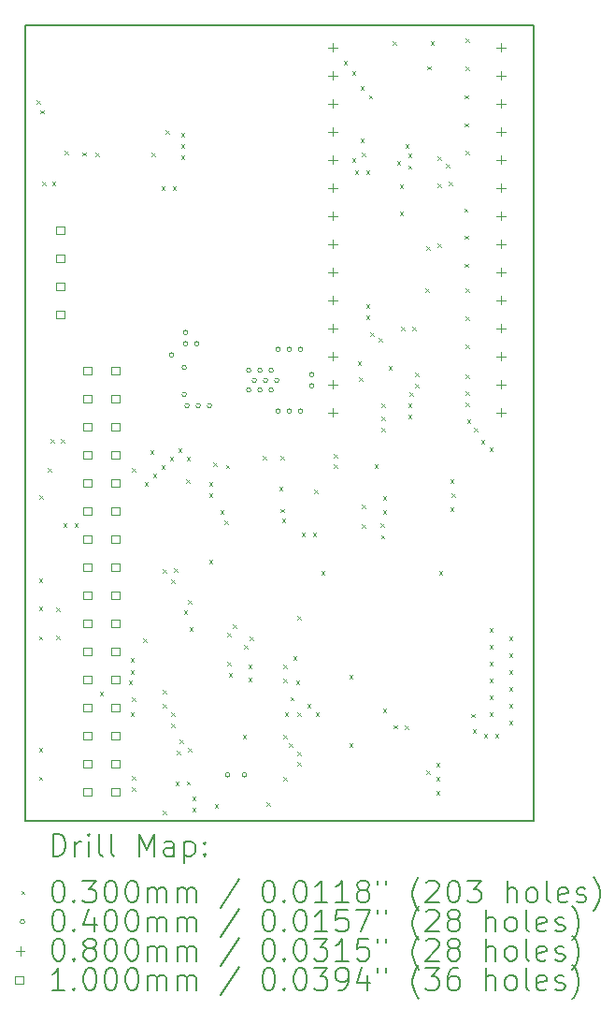
<source format=gbr>
%FSLAX45Y45*%
G04 Gerber Fmt 4.5, Leading zero omitted, Abs format (unit mm)*
G04 Created by KiCad (PCBNEW (6.0.1)) date 2022-01-21 22:17:19*
%MOMM*%
%LPD*%
G01*
G04 APERTURE LIST*
%TA.AperFunction,Profile*%
%ADD10C,0.150000*%
%TD*%
%ADD11C,0.200000*%
%ADD12C,0.030000*%
%ADD13C,0.040000*%
%ADD14C,0.080000*%
%ADD15C,0.100000*%
G04 APERTURE END LIST*
D10*
X13500000Y-13500000D02*
X13500000Y-13600000D01*
X9200000Y-6400000D02*
X13400000Y-6400000D01*
X13500000Y-10400000D02*
X13500000Y-12500000D01*
X13500000Y-13600000D02*
X9200000Y-13600000D01*
X13500000Y-12500000D02*
X13500000Y-13500000D01*
X13500000Y-6400000D02*
X13500000Y-10400000D01*
X9200000Y-6400000D02*
X8900000Y-6400000D01*
X13400000Y-6400000D02*
X13500000Y-6400000D01*
X8900000Y-6400000D02*
X8900000Y-13600000D01*
X8900000Y-13600000D02*
X9200000Y-13600000D01*
D11*
D12*
X8999300Y-7083500D02*
X9029300Y-7113500D01*
X9029300Y-7083500D02*
X8999300Y-7113500D01*
X9021100Y-11408600D02*
X9051100Y-11438600D01*
X9051100Y-11408600D02*
X9021100Y-11438600D01*
X9021100Y-11662600D02*
X9051100Y-11692600D01*
X9051100Y-11662600D02*
X9021100Y-11692600D01*
X9021100Y-11929300D02*
X9051100Y-11959300D01*
X9051100Y-11929300D02*
X9021100Y-11959300D01*
X9021100Y-12939000D02*
X9051100Y-12969000D01*
X9051100Y-12939000D02*
X9021100Y-12969000D01*
X9021100Y-13199300D02*
X9051100Y-13229300D01*
X9051100Y-13199300D02*
X9021100Y-13229300D01*
X9027400Y-10653000D02*
X9057400Y-10683000D01*
X9057400Y-10653000D02*
X9027400Y-10683000D01*
X9037400Y-7172400D02*
X9067400Y-7202400D01*
X9067400Y-7172400D02*
X9037400Y-7202400D01*
X9051510Y-7820900D02*
X9081510Y-7850900D01*
X9081510Y-7820900D02*
X9051510Y-7850900D01*
X9103600Y-10411700D02*
X9133600Y-10441700D01*
X9133600Y-10411700D02*
X9103600Y-10441700D01*
X9130690Y-10145000D02*
X9160690Y-10175000D01*
X9160690Y-10145000D02*
X9130690Y-10175000D01*
X9141700Y-7820900D02*
X9171700Y-7850900D01*
X9171700Y-7820900D02*
X9141700Y-7850900D01*
X9179800Y-11669000D02*
X9209800Y-11699000D01*
X9209800Y-11669000D02*
X9179800Y-11699000D01*
X9179800Y-11923000D02*
X9209800Y-11953000D01*
X9209800Y-11923000D02*
X9179800Y-11953000D01*
X9221882Y-10146001D02*
X9251882Y-10176001D01*
X9251882Y-10146001D02*
X9221882Y-10176001D01*
X9243300Y-10907000D02*
X9273300Y-10937000D01*
X9273300Y-10907000D02*
X9243300Y-10937000D01*
X9253300Y-7540700D02*
X9283300Y-7570700D01*
X9283300Y-7540700D02*
X9253300Y-7570700D01*
X9344900Y-10907000D02*
X9374900Y-10937000D01*
X9374900Y-10907000D02*
X9344900Y-10937000D01*
X9418400Y-7553400D02*
X9448400Y-7583400D01*
X9448400Y-7553400D02*
X9418400Y-7583400D01*
X9535400Y-7554200D02*
X9565400Y-7584200D01*
X9565400Y-7554200D02*
X9535400Y-7584200D01*
X9573500Y-12431000D02*
X9603500Y-12461000D01*
X9603500Y-12431000D02*
X9573500Y-12461000D01*
X9836229Y-12333700D02*
X9866229Y-12363700D01*
X9866229Y-12333700D02*
X9836229Y-12363700D01*
X9852900Y-12126200D02*
X9882900Y-12156200D01*
X9882900Y-12126200D02*
X9852900Y-12156200D01*
X9852900Y-12240500D02*
X9882900Y-12270500D01*
X9882900Y-12240500D02*
X9852900Y-12270500D01*
X9852900Y-12621500D02*
X9882900Y-12651500D01*
X9882900Y-12621500D02*
X9852900Y-12651500D01*
X9865600Y-10411700D02*
X9895600Y-10441700D01*
X9895600Y-10411700D02*
X9865600Y-10441700D01*
X9865600Y-12481800D02*
X9895600Y-12511800D01*
X9895600Y-12481800D02*
X9865600Y-12511800D01*
X9865600Y-13193000D02*
X9895600Y-13223000D01*
X9895600Y-13193000D02*
X9865600Y-13223000D01*
X9865600Y-13294600D02*
X9895600Y-13324600D01*
X9895600Y-13294600D02*
X9865600Y-13324600D01*
X9967200Y-11948400D02*
X9997200Y-11978400D01*
X9997200Y-11948400D02*
X9967200Y-11978400D01*
X9979900Y-10538700D02*
X10009900Y-10568700D01*
X10009900Y-10538700D02*
X9979900Y-10568700D01*
X10030700Y-10246600D02*
X10060700Y-10276600D01*
X10060700Y-10246600D02*
X10030700Y-10276600D01*
X10043400Y-7554200D02*
X10073400Y-7584200D01*
X10073400Y-7554200D02*
X10043400Y-7584200D01*
X10056100Y-10462500D02*
X10086100Y-10492500D01*
X10086100Y-10462500D02*
X10056100Y-10492500D01*
X10132300Y-10386300D02*
X10162300Y-10416300D01*
X10162300Y-10386300D02*
X10132300Y-10416300D01*
X10132300Y-7859000D02*
X10162300Y-7889000D01*
X10162300Y-7859000D02*
X10132300Y-7889000D01*
X10145000Y-11326100D02*
X10175000Y-11356100D01*
X10175000Y-11326100D02*
X10145000Y-11356100D01*
X10145000Y-12418300D02*
X10175000Y-12448300D01*
X10175000Y-12418300D02*
X10145000Y-12448300D01*
X10145000Y-12545300D02*
X10175000Y-12575300D01*
X10175000Y-12545300D02*
X10145000Y-12575300D01*
X10145000Y-13510500D02*
X10175000Y-13540500D01*
X10175000Y-13510500D02*
X10145000Y-13540500D01*
X10170400Y-7351000D02*
X10200400Y-7381000D01*
X10200400Y-7351000D02*
X10170400Y-7381000D01*
X10208500Y-10310100D02*
X10238500Y-10340100D01*
X10238500Y-10310100D02*
X10208500Y-10340100D01*
X10221200Y-11415000D02*
X10251200Y-11445000D01*
X10251200Y-11415000D02*
X10221200Y-11445000D01*
X10221200Y-12621500D02*
X10251200Y-12651500D01*
X10251200Y-12621500D02*
X10221200Y-12651500D01*
X10221200Y-12723100D02*
X10251200Y-12753100D01*
X10251200Y-12723100D02*
X10221200Y-12753100D01*
X10233900Y-7859000D02*
X10263900Y-7889000D01*
X10263900Y-7859000D02*
X10233900Y-7889000D01*
X10246600Y-11313400D02*
X10276600Y-11343400D01*
X10276600Y-11313400D02*
X10246600Y-11343400D01*
X10259300Y-13243800D02*
X10289300Y-13273800D01*
X10289300Y-13243800D02*
X10259300Y-13273800D01*
X10272000Y-12964400D02*
X10302000Y-12994400D01*
X10302000Y-12964400D02*
X10272000Y-12994400D01*
X10284700Y-10233900D02*
X10314700Y-10263900D01*
X10314700Y-10233900D02*
X10284700Y-10263900D01*
X10297400Y-12864490D02*
X10327400Y-12894490D01*
X10327400Y-12864490D02*
X10297400Y-12894490D01*
X10310100Y-7376400D02*
X10340100Y-7406400D01*
X10340100Y-7376400D02*
X10310100Y-7406400D01*
X10310100Y-7478000D02*
X10340100Y-7508000D01*
X10340100Y-7478000D02*
X10310100Y-7508000D01*
X10310100Y-7579600D02*
X10340100Y-7609600D01*
X10340100Y-7579600D02*
X10310100Y-7609600D01*
X10335500Y-11694400D02*
X10365500Y-11724400D01*
X10365500Y-11694400D02*
X10335500Y-11724400D01*
X10358200Y-10512500D02*
X10388200Y-10542500D01*
X10388200Y-10512500D02*
X10358200Y-10542500D01*
X10360900Y-10310100D02*
X10390900Y-10340100D01*
X10390900Y-10310100D02*
X10360900Y-10340100D01*
X10360900Y-13240591D02*
X10390900Y-13270591D01*
X10390900Y-13240591D02*
X10360900Y-13270591D01*
X10373600Y-11605500D02*
X10403600Y-11635500D01*
X10403600Y-11605500D02*
X10373600Y-11635500D01*
X10373600Y-12939009D02*
X10403600Y-12969009D01*
X10403600Y-12939009D02*
X10373600Y-12969009D01*
X10386300Y-11846800D02*
X10416300Y-11876800D01*
X10416300Y-11846800D02*
X10386300Y-11876800D01*
X10411700Y-13383500D02*
X10441700Y-13413500D01*
X10441700Y-13383500D02*
X10411700Y-13413500D01*
X10411700Y-13485100D02*
X10441700Y-13515100D01*
X10441700Y-13485100D02*
X10411700Y-13515100D01*
X10564100Y-10538700D02*
X10594100Y-10568700D01*
X10594100Y-10538700D02*
X10564100Y-10568700D01*
X10564100Y-10640300D02*
X10594100Y-10670300D01*
X10594100Y-10640300D02*
X10564100Y-10670300D01*
X10564100Y-11237200D02*
X10594100Y-11267200D01*
X10594100Y-11237200D02*
X10564100Y-11267200D01*
X10602200Y-10360900D02*
X10632200Y-10390900D01*
X10632200Y-10360900D02*
X10602200Y-10390900D01*
X10614900Y-13447000D02*
X10644900Y-13477000D01*
X10644900Y-13447000D02*
X10614900Y-13477000D01*
X10665700Y-10792700D02*
X10695700Y-10822700D01*
X10695700Y-10792700D02*
X10665700Y-10822700D01*
X10703800Y-10881600D02*
X10733800Y-10911600D01*
X10733800Y-10881600D02*
X10703800Y-10911600D01*
X10716500Y-10379950D02*
X10746500Y-10409950D01*
X10746500Y-10379950D02*
X10716500Y-10409950D01*
X10729200Y-11897600D02*
X10759200Y-11927600D01*
X10759200Y-11897600D02*
X10729200Y-11927600D01*
X10729200Y-12164300D02*
X10759200Y-12194300D01*
X10759200Y-12164300D02*
X10729200Y-12194300D01*
X10741900Y-12265900D02*
X10771900Y-12295900D01*
X10771900Y-12265900D02*
X10741900Y-12295900D01*
X10780000Y-11821400D02*
X10810000Y-11851400D01*
X10810000Y-11821400D02*
X10780000Y-11851400D01*
X10868900Y-12824700D02*
X10898900Y-12854700D01*
X10898900Y-12824700D02*
X10868900Y-12854700D01*
X10881600Y-12011900D02*
X10911600Y-12041900D01*
X10911600Y-12011900D02*
X10881600Y-12041900D01*
X10919700Y-12189700D02*
X10949700Y-12219700D01*
X10949700Y-12189700D02*
X10919700Y-12219700D01*
X10919700Y-12304000D02*
X10949700Y-12334000D01*
X10949700Y-12304000D02*
X10919700Y-12334000D01*
X10932400Y-11935700D02*
X10962400Y-11965700D01*
X10962400Y-11935700D02*
X10932400Y-11965700D01*
X11049875Y-10300575D02*
X11079875Y-10330575D01*
X11079875Y-10300575D02*
X11049875Y-10330575D01*
X11084800Y-13434300D02*
X11114800Y-13464300D01*
X11114800Y-13434300D02*
X11084800Y-13464300D01*
X11199690Y-10576800D02*
X11229690Y-10606800D01*
X11229690Y-10576800D02*
X11199690Y-10606800D01*
X11211745Y-10779616D02*
X11241745Y-10809616D01*
X11241745Y-10779616D02*
X11211745Y-10809616D01*
X11211800Y-10297400D02*
X11241800Y-10327400D01*
X11241800Y-10297400D02*
X11211800Y-10327400D01*
X11224500Y-10868900D02*
X11254500Y-10898900D01*
X11254500Y-10868900D02*
X11224500Y-10898900D01*
X11237200Y-12189700D02*
X11267200Y-12219700D01*
X11267200Y-12189700D02*
X11237200Y-12219700D01*
X11237200Y-12316700D02*
X11267200Y-12346700D01*
X11267200Y-12316700D02*
X11237200Y-12346700D01*
X11237200Y-12824700D02*
X11267200Y-12854700D01*
X11267200Y-12824700D02*
X11237200Y-12854700D01*
X11237200Y-13205700D02*
X11267200Y-13235700D01*
X11267200Y-13205700D02*
X11237200Y-13235700D01*
X11249900Y-12621500D02*
X11279900Y-12651500D01*
X11279900Y-12621500D02*
X11249900Y-12651500D01*
X11288000Y-12900900D02*
X11318000Y-12930900D01*
X11318000Y-12900900D02*
X11288000Y-12930900D01*
X11300700Y-12480110D02*
X11330700Y-12510110D01*
X11330700Y-12480110D02*
X11300700Y-12510110D01*
X11326100Y-12113500D02*
X11356100Y-12143500D01*
X11356100Y-12113500D02*
X11326100Y-12143500D01*
X11351500Y-12329400D02*
X11381500Y-12359400D01*
X11381500Y-12329400D02*
X11351500Y-12359400D01*
X11364200Y-11745200D02*
X11394200Y-11775200D01*
X11394200Y-11745200D02*
X11364200Y-11775200D01*
X11364200Y-12621500D02*
X11394200Y-12651500D01*
X11394200Y-12621500D02*
X11364200Y-12651500D01*
X11364200Y-12975810D02*
X11394200Y-13005810D01*
X11394200Y-12975810D02*
X11364200Y-13005810D01*
X11364200Y-13066000D02*
X11394200Y-13096000D01*
X11394200Y-13066000D02*
X11364200Y-13096000D01*
X11402300Y-10995900D02*
X11432300Y-11025900D01*
X11432300Y-10995900D02*
X11402300Y-11025900D01*
X11453100Y-12545300D02*
X11483100Y-12575300D01*
X11483100Y-12545300D02*
X11453100Y-12575300D01*
X11503900Y-10995900D02*
X11533900Y-11025900D01*
X11533900Y-10995900D02*
X11503900Y-11025900D01*
X11516600Y-10602200D02*
X11546600Y-10632200D01*
X11546600Y-10602200D02*
X11516600Y-10632200D01*
X11529300Y-12621500D02*
X11559300Y-12651500D01*
X11559300Y-12621500D02*
X11529300Y-12651500D01*
X11580100Y-11338800D02*
X11610100Y-11368800D01*
X11610100Y-11338800D02*
X11580100Y-11368800D01*
X11694400Y-10283410D02*
X11724400Y-10313410D01*
X11724400Y-10283410D02*
X11694400Y-10313410D01*
X11694400Y-10373600D02*
X11724400Y-10403600D01*
X11724400Y-10373600D02*
X11694400Y-10403600D01*
X11783300Y-6728700D02*
X11813300Y-6758700D01*
X11813300Y-6728700D02*
X11783300Y-6758700D01*
X11834100Y-12278600D02*
X11864100Y-12308600D01*
X11864100Y-12278600D02*
X11834100Y-12308600D01*
X11834100Y-12900900D02*
X11864100Y-12930900D01*
X11864100Y-12900900D02*
X11834100Y-12930900D01*
X11859500Y-6817600D02*
X11889500Y-6847600D01*
X11889500Y-6817600D02*
X11859500Y-6847600D01*
X11859500Y-7605000D02*
X11889500Y-7635000D01*
X11889500Y-7605000D02*
X11859500Y-7635000D01*
X11884900Y-7719300D02*
X11914900Y-7749300D01*
X11914900Y-7719300D02*
X11884900Y-7749300D01*
X11910300Y-9446500D02*
X11940300Y-9476500D01*
X11940300Y-9446500D02*
X11910300Y-9476500D01*
X11923000Y-9586200D02*
X11953000Y-9616200D01*
X11953000Y-9586200D02*
X11923000Y-9616200D01*
X11935700Y-6957300D02*
X11965700Y-6987300D01*
X11965700Y-6957300D02*
X11935700Y-6987300D01*
X11935700Y-7427200D02*
X11965700Y-7457200D01*
X11965700Y-7427200D02*
X11935700Y-7457200D01*
X11948400Y-7554200D02*
X11978400Y-7584200D01*
X11978400Y-7554200D02*
X11948400Y-7584200D01*
X11948400Y-10919700D02*
X11978400Y-10949700D01*
X11978400Y-10919700D02*
X11948400Y-10949700D01*
X11949414Y-10740548D02*
X11979414Y-10770548D01*
X11979414Y-10740548D02*
X11949414Y-10770548D01*
X11986500Y-7719300D02*
X12016500Y-7749300D01*
X12016500Y-7719300D02*
X11986500Y-7749300D01*
X11986500Y-8925800D02*
X12016500Y-8955800D01*
X12016500Y-8925800D02*
X11986500Y-8955800D01*
X11986500Y-9027400D02*
X12016500Y-9057400D01*
X12016500Y-9027400D02*
X11986500Y-9057400D01*
X12011900Y-7035146D02*
X12041900Y-7065146D01*
X12041900Y-7035146D02*
X12011900Y-7065146D01*
X12024600Y-9179800D02*
X12054600Y-9209800D01*
X12054600Y-9179800D02*
X12024600Y-9209800D01*
X12062700Y-10373600D02*
X12092700Y-10403600D01*
X12092700Y-10373600D02*
X12062700Y-10403600D01*
X12099154Y-9232246D02*
X12129154Y-9262246D01*
X12129154Y-9232246D02*
X12099154Y-9262246D01*
X12115190Y-10907000D02*
X12145190Y-10937000D01*
X12145190Y-10907000D02*
X12115190Y-10937000D01*
X12121808Y-11013401D02*
X12151808Y-11043401D01*
X12151808Y-11013401D02*
X12121808Y-11043401D01*
X12126200Y-9827500D02*
X12156200Y-9857500D01*
X12156200Y-9827500D02*
X12126200Y-9857500D01*
X12126200Y-9941800D02*
X12156200Y-9971800D01*
X12156200Y-9941800D02*
X12126200Y-9971800D01*
X12126200Y-10043400D02*
X12156200Y-10073400D01*
X12156200Y-10043400D02*
X12126200Y-10073400D01*
X12138900Y-10665700D02*
X12168900Y-10695700D01*
X12168900Y-10665700D02*
X12138900Y-10695700D01*
X12138900Y-10792700D02*
X12168900Y-10822700D01*
X12168900Y-10792700D02*
X12138900Y-10822700D01*
X12138900Y-12583400D02*
X12168900Y-12613400D01*
X12168900Y-12583400D02*
X12138900Y-12613400D01*
X12189700Y-9484600D02*
X12219700Y-9514600D01*
X12219700Y-9484600D02*
X12189700Y-9514600D01*
X12227800Y-6550900D02*
X12257800Y-6580900D01*
X12257800Y-6550900D02*
X12227800Y-6580900D01*
X12237800Y-12735000D02*
X12267800Y-12765000D01*
X12267800Y-12735000D02*
X12237800Y-12765000D01*
X12265900Y-7630400D02*
X12295900Y-7660400D01*
X12295900Y-7630400D02*
X12265900Y-7660400D01*
X12291300Y-7846300D02*
X12321300Y-7876300D01*
X12321300Y-7846300D02*
X12291300Y-7876300D01*
X12291300Y-8087600D02*
X12321300Y-8117600D01*
X12321300Y-8087600D02*
X12291300Y-8117600D01*
X12304000Y-9129000D02*
X12334000Y-9159000D01*
X12334000Y-9129000D02*
X12304000Y-9159000D01*
X12339400Y-12735800D02*
X12369400Y-12765800D01*
X12369400Y-12735800D02*
X12339400Y-12765800D01*
X12342100Y-7478000D02*
X12372100Y-7508000D01*
X12372100Y-7478000D02*
X12342100Y-7508000D01*
X12366199Y-7669853D02*
X12396199Y-7699853D01*
X12396199Y-7669853D02*
X12366199Y-7699853D01*
X12367500Y-7566900D02*
X12397500Y-7596900D01*
X12397500Y-7566900D02*
X12367500Y-7596900D01*
X12367500Y-9827500D02*
X12397500Y-9857500D01*
X12397500Y-9827500D02*
X12367500Y-9857500D01*
X12367500Y-9929100D02*
X12397500Y-9959100D01*
X12397500Y-9929100D02*
X12367500Y-9959100D01*
X12380200Y-9725900D02*
X12410200Y-9755900D01*
X12410200Y-9725900D02*
X12380200Y-9755900D01*
X12405600Y-9129000D02*
X12435600Y-9159000D01*
X12435600Y-9129000D02*
X12405600Y-9159000D01*
X12431000Y-9649700D02*
X12461000Y-9679700D01*
X12461000Y-9649700D02*
X12431000Y-9679700D01*
X12432646Y-9546454D02*
X12462646Y-9576454D01*
X12462646Y-9546454D02*
X12432646Y-9576454D01*
X12521546Y-8784454D02*
X12551546Y-8814454D01*
X12551546Y-8784454D02*
X12521546Y-8814454D01*
X12532600Y-8405100D02*
X12562600Y-8435100D01*
X12562600Y-8405100D02*
X12532600Y-8435100D01*
X12532600Y-13143890D02*
X12562600Y-13173890D01*
X12562600Y-13143890D02*
X12532600Y-13173890D01*
X12538450Y-6772650D02*
X12568450Y-6802650D01*
X12568450Y-6772650D02*
X12538450Y-6802650D01*
X12570700Y-6550900D02*
X12600700Y-6580900D01*
X12600700Y-6550900D02*
X12570700Y-6580900D01*
X12621500Y-13078700D02*
X12651500Y-13108700D01*
X12651500Y-13078700D02*
X12621500Y-13108700D01*
X12621500Y-13205700D02*
X12651500Y-13235700D01*
X12651500Y-13205700D02*
X12621500Y-13235700D01*
X12621500Y-13332700D02*
X12651500Y-13362700D01*
X12651500Y-13332700D02*
X12621500Y-13362700D01*
X12634200Y-7592300D02*
X12664200Y-7622300D01*
X12664200Y-7592300D02*
X12634200Y-7622300D01*
X12634200Y-7833600D02*
X12664200Y-7863600D01*
X12664200Y-7833600D02*
X12634200Y-7863600D01*
X12634200Y-8379700D02*
X12664200Y-8409700D01*
X12664200Y-8379700D02*
X12634200Y-8409700D01*
X12646900Y-11338800D02*
X12676900Y-11368800D01*
X12676900Y-11338800D02*
X12646900Y-11368800D01*
X12710400Y-7655800D02*
X12740400Y-7685800D01*
X12740400Y-7655800D02*
X12710400Y-7685800D01*
X12735800Y-7820900D02*
X12765800Y-7850900D01*
X12765800Y-7820900D02*
X12735800Y-7850900D01*
X12748500Y-10513300D02*
X12778500Y-10543300D01*
X12778500Y-10513300D02*
X12748500Y-10543300D01*
X12748500Y-10767300D02*
X12778500Y-10797300D01*
X12778500Y-10767300D02*
X12748500Y-10797300D01*
X12761200Y-10640300D02*
X12791200Y-10670300D01*
X12791200Y-10640300D02*
X12761200Y-10670300D01*
X12873150Y-8060344D02*
X12903150Y-8090344D01*
X12903150Y-8060344D02*
X12873150Y-8090344D01*
X12880285Y-7036930D02*
X12910285Y-7066930D01*
X12910285Y-7036930D02*
X12880285Y-7066930D01*
X12880285Y-7290930D02*
X12910285Y-7320930D01*
X12910285Y-7290930D02*
X12880285Y-7320930D01*
X12880285Y-8306930D02*
X12910285Y-8336930D01*
X12910285Y-8306930D02*
X12880285Y-8336930D01*
X12880285Y-8560930D02*
X12910285Y-8590930D01*
X12910285Y-8560930D02*
X12880285Y-8590930D01*
X12887239Y-6523910D02*
X12917239Y-6553910D01*
X12917239Y-6523910D02*
X12887239Y-6553910D01*
X12887239Y-6777910D02*
X12917239Y-6807910D01*
X12917239Y-6777910D02*
X12887239Y-6807910D01*
X12887239Y-7539910D02*
X12917239Y-7569910D01*
X12917239Y-7539910D02*
X12887239Y-7569910D01*
X12888200Y-8786100D02*
X12918200Y-8816100D01*
X12918200Y-8786100D02*
X12888200Y-8816100D01*
X12888200Y-9040100D02*
X12918200Y-9070100D01*
X12918200Y-9040100D02*
X12888200Y-9070100D01*
X12888200Y-9294100D02*
X12918200Y-9324100D01*
X12918200Y-9294100D02*
X12888200Y-9324100D01*
X12888200Y-9560800D02*
X12918200Y-9590800D01*
X12918200Y-9560800D02*
X12888200Y-9590800D01*
X12888200Y-9814800D02*
X12918200Y-9844800D01*
X12918200Y-9814800D02*
X12888200Y-9844800D01*
X12888815Y-9713274D02*
X12918815Y-9743274D01*
X12918815Y-9713274D02*
X12888815Y-9743274D01*
X12898777Y-9967200D02*
X12928777Y-9997200D01*
X12928777Y-9967200D02*
X12898777Y-9997200D01*
X12938587Y-12633962D02*
X12968587Y-12663962D01*
X12968587Y-12633962D02*
X12938587Y-12663962D01*
X12951700Y-12773900D02*
X12981700Y-12803900D01*
X12981700Y-12773900D02*
X12951700Y-12803900D01*
X12964400Y-10043400D02*
X12994400Y-10073400D01*
X12994400Y-10043400D02*
X12964400Y-10073400D01*
X13027900Y-10157700D02*
X13057900Y-10187700D01*
X13057900Y-10157700D02*
X13027900Y-10187700D01*
X13053300Y-12812000D02*
X13083300Y-12842000D01*
X13083300Y-12812000D02*
X13053300Y-12842000D01*
X13104100Y-10221200D02*
X13134100Y-10251200D01*
X13134100Y-10221200D02*
X13104100Y-10251200D01*
X13104100Y-11859500D02*
X13134100Y-11889500D01*
X13134100Y-11859500D02*
X13104100Y-11889500D01*
X13104100Y-12011900D02*
X13134100Y-12041900D01*
X13134100Y-12011900D02*
X13104100Y-12041900D01*
X13104100Y-12164300D02*
X13134100Y-12194300D01*
X13134100Y-12164300D02*
X13104100Y-12194300D01*
X13104100Y-12316700D02*
X13134100Y-12346700D01*
X13134100Y-12316700D02*
X13104100Y-12346700D01*
X13104100Y-12469100D02*
X13134100Y-12499100D01*
X13134100Y-12469100D02*
X13104100Y-12499100D01*
X13104100Y-12621500D02*
X13134100Y-12651500D01*
X13134100Y-12621500D02*
X13104100Y-12651500D01*
X13154900Y-12812000D02*
X13184900Y-12842000D01*
X13184900Y-12812000D02*
X13154900Y-12842000D01*
X13281900Y-11935700D02*
X13311900Y-11965700D01*
X13311900Y-11935700D02*
X13281900Y-11965700D01*
X13281900Y-12088100D02*
X13311900Y-12118100D01*
X13311900Y-12088100D02*
X13281900Y-12118100D01*
X13281900Y-12240500D02*
X13311900Y-12270500D01*
X13311900Y-12240500D02*
X13281900Y-12270500D01*
X13281900Y-12392900D02*
X13311900Y-12422900D01*
X13311900Y-12392900D02*
X13281900Y-12422900D01*
X13281900Y-12545300D02*
X13311900Y-12575300D01*
X13311900Y-12545300D02*
X13281900Y-12575300D01*
X13281900Y-12697700D02*
X13311900Y-12727700D01*
X13311900Y-12697700D02*
X13281900Y-12727700D01*
D13*
X10243500Y-9385300D02*
G75*
G03*
X10243500Y-9385300I-20000J0D01*
G01*
X10357800Y-9499600D02*
G75*
G03*
X10357800Y-9499600I-20000J0D01*
G01*
X10357800Y-9740900D02*
G75*
G03*
X10357800Y-9740900I-20000J0D01*
G01*
X10370500Y-9182100D02*
G75*
G03*
X10370500Y-9182100I-20000J0D01*
G01*
X10370500Y-9282610D02*
G75*
G03*
X10370500Y-9282610I-20000J0D01*
G01*
X10383200Y-9842500D02*
G75*
G03*
X10383200Y-9842500I-20000J0D01*
G01*
X10472100Y-9283700D02*
G75*
G03*
X10472100Y-9283700I-20000J0D01*
G01*
X10484800Y-9842500D02*
G75*
G03*
X10484800Y-9842500I-20000J0D01*
G01*
X10586400Y-9842500D02*
G75*
G03*
X10586400Y-9842500I-20000J0D01*
G01*
X10751500Y-13182600D02*
G75*
G03*
X10751500Y-13182600I-20000J0D01*
G01*
X10903900Y-13182600D02*
G75*
G03*
X10903900Y-13182600I-20000J0D01*
G01*
X10942000Y-9525000D02*
G75*
G03*
X10942000Y-9525000I-20000J0D01*
G01*
X10942000Y-9702800D02*
G75*
G03*
X10942000Y-9702800I-20000J0D01*
G01*
X10992800Y-9613900D02*
G75*
G03*
X10992800Y-9613900I-20000J0D01*
G01*
X11043600Y-9525000D02*
G75*
G03*
X11043600Y-9525000I-20000J0D01*
G01*
X11043600Y-9702800D02*
G75*
G03*
X11043600Y-9702800I-20000J0D01*
G01*
X11094400Y-9613900D02*
G75*
G03*
X11094400Y-9613900I-20000J0D01*
G01*
X11145200Y-9525000D02*
G75*
G03*
X11145200Y-9525000I-20000J0D01*
G01*
X11145200Y-9702800D02*
G75*
G03*
X11145200Y-9702800I-20000J0D01*
G01*
X11196000Y-9613900D02*
G75*
G03*
X11196000Y-9613900I-20000J0D01*
G01*
X11208700Y-9334500D02*
G75*
G03*
X11208700Y-9334500I-20000J0D01*
G01*
X11208700Y-9893300D02*
G75*
G03*
X11208700Y-9893300I-20000J0D01*
G01*
X11310300Y-9334500D02*
G75*
G03*
X11310300Y-9334500I-20000J0D01*
G01*
X11310300Y-9893300D02*
G75*
G03*
X11310300Y-9893300I-20000J0D01*
G01*
X11411900Y-9334500D02*
G75*
G03*
X11411900Y-9334500I-20000J0D01*
G01*
X11411900Y-9893300D02*
G75*
G03*
X11411900Y-9893300I-20000J0D01*
G01*
X11513500Y-9563100D02*
G75*
G03*
X11513500Y-9563100I-20000J0D01*
G01*
X11513500Y-9664700D02*
G75*
G03*
X11513500Y-9664700I-20000J0D01*
G01*
D14*
X11684000Y-6564000D02*
X11684000Y-6644000D01*
X11644000Y-6604000D02*
X11724000Y-6604000D01*
X11684000Y-6818000D02*
X11684000Y-6898000D01*
X11644000Y-6858000D02*
X11724000Y-6858000D01*
X11684000Y-7072000D02*
X11684000Y-7152000D01*
X11644000Y-7112000D02*
X11724000Y-7112000D01*
X11684000Y-7326000D02*
X11684000Y-7406000D01*
X11644000Y-7366000D02*
X11724000Y-7366000D01*
X11684000Y-7580000D02*
X11684000Y-7660000D01*
X11644000Y-7620000D02*
X11724000Y-7620000D01*
X11684000Y-7834000D02*
X11684000Y-7914000D01*
X11644000Y-7874000D02*
X11724000Y-7874000D01*
X11684000Y-8088000D02*
X11684000Y-8168000D01*
X11644000Y-8128000D02*
X11724000Y-8128000D01*
X11684000Y-8342000D02*
X11684000Y-8422000D01*
X11644000Y-8382000D02*
X11724000Y-8382000D01*
X11684000Y-8596000D02*
X11684000Y-8676000D01*
X11644000Y-8636000D02*
X11724000Y-8636000D01*
X11684000Y-8850000D02*
X11684000Y-8930000D01*
X11644000Y-8890000D02*
X11724000Y-8890000D01*
X11684000Y-9104000D02*
X11684000Y-9184000D01*
X11644000Y-9144000D02*
X11724000Y-9144000D01*
X11684000Y-9358000D02*
X11684000Y-9438000D01*
X11644000Y-9398000D02*
X11724000Y-9398000D01*
X11684000Y-9612000D02*
X11684000Y-9692000D01*
X11644000Y-9652000D02*
X11724000Y-9652000D01*
X11684000Y-9866000D02*
X11684000Y-9946000D01*
X11644000Y-9906000D02*
X11724000Y-9906000D01*
X13208000Y-6564000D02*
X13208000Y-6644000D01*
X13168000Y-6604000D02*
X13248000Y-6604000D01*
X13208000Y-6818000D02*
X13208000Y-6898000D01*
X13168000Y-6858000D02*
X13248000Y-6858000D01*
X13208000Y-7072000D02*
X13208000Y-7152000D01*
X13168000Y-7112000D02*
X13248000Y-7112000D01*
X13208000Y-7326000D02*
X13208000Y-7406000D01*
X13168000Y-7366000D02*
X13248000Y-7366000D01*
X13208000Y-7580000D02*
X13208000Y-7660000D01*
X13168000Y-7620000D02*
X13248000Y-7620000D01*
X13208000Y-7834000D02*
X13208000Y-7914000D01*
X13168000Y-7874000D02*
X13248000Y-7874000D01*
X13208000Y-8088000D02*
X13208000Y-8168000D01*
X13168000Y-8128000D02*
X13248000Y-8128000D01*
X13208000Y-8342000D02*
X13208000Y-8422000D01*
X13168000Y-8382000D02*
X13248000Y-8382000D01*
X13208000Y-8596000D02*
X13208000Y-8676000D01*
X13168000Y-8636000D02*
X13248000Y-8636000D01*
X13208000Y-8850000D02*
X13208000Y-8930000D01*
X13168000Y-8890000D02*
X13248000Y-8890000D01*
X13208000Y-9104000D02*
X13208000Y-9184000D01*
X13168000Y-9144000D02*
X13248000Y-9144000D01*
X13208000Y-9358000D02*
X13208000Y-9438000D01*
X13168000Y-9398000D02*
X13248000Y-9398000D01*
X13208000Y-9612000D02*
X13208000Y-9692000D01*
X13168000Y-9652000D02*
X13248000Y-9652000D01*
X13208000Y-9866000D02*
X13208000Y-9946000D01*
X13168000Y-9906000D02*
X13248000Y-9906000D01*
D15*
X9249856Y-8291356D02*
X9249856Y-8220644D01*
X9179144Y-8220644D01*
X9179144Y-8291356D01*
X9249856Y-8291356D01*
X9249856Y-8545356D02*
X9249856Y-8474644D01*
X9179144Y-8474644D01*
X9179144Y-8545356D01*
X9249856Y-8545356D01*
X9249856Y-8799356D02*
X9249856Y-8728644D01*
X9179144Y-8728644D01*
X9179144Y-8799356D01*
X9249856Y-8799356D01*
X9249856Y-9053356D02*
X9249856Y-8982644D01*
X9179144Y-8982644D01*
X9179144Y-9053356D01*
X9249856Y-9053356D01*
X9496856Y-9560356D02*
X9496856Y-9489644D01*
X9426144Y-9489644D01*
X9426144Y-9560356D01*
X9496856Y-9560356D01*
X9496856Y-9814356D02*
X9496856Y-9743644D01*
X9426144Y-9743644D01*
X9426144Y-9814356D01*
X9496856Y-9814356D01*
X9496856Y-10068356D02*
X9496856Y-9997644D01*
X9426144Y-9997644D01*
X9426144Y-10068356D01*
X9496856Y-10068356D01*
X9496856Y-10322356D02*
X9496856Y-10251644D01*
X9426144Y-10251644D01*
X9426144Y-10322356D01*
X9496856Y-10322356D01*
X9496856Y-10576356D02*
X9496856Y-10505644D01*
X9426144Y-10505644D01*
X9426144Y-10576356D01*
X9496856Y-10576356D01*
X9496856Y-10830356D02*
X9496856Y-10759644D01*
X9426144Y-10759644D01*
X9426144Y-10830356D01*
X9496856Y-10830356D01*
X9496856Y-11084356D02*
X9496856Y-11013644D01*
X9426144Y-11013644D01*
X9426144Y-11084356D01*
X9496856Y-11084356D01*
X9496856Y-11338356D02*
X9496856Y-11267644D01*
X9426144Y-11267644D01*
X9426144Y-11338356D01*
X9496856Y-11338356D01*
X9496856Y-11592356D02*
X9496856Y-11521644D01*
X9426144Y-11521644D01*
X9426144Y-11592356D01*
X9496856Y-11592356D01*
X9496856Y-11846356D02*
X9496856Y-11775644D01*
X9426144Y-11775644D01*
X9426144Y-11846356D01*
X9496856Y-11846356D01*
X9496856Y-12100356D02*
X9496856Y-12029644D01*
X9426144Y-12029644D01*
X9426144Y-12100356D01*
X9496856Y-12100356D01*
X9496856Y-12354356D02*
X9496856Y-12283644D01*
X9426144Y-12283644D01*
X9426144Y-12354356D01*
X9496856Y-12354356D01*
X9496856Y-12608356D02*
X9496856Y-12537644D01*
X9426144Y-12537644D01*
X9426144Y-12608356D01*
X9496856Y-12608356D01*
X9496856Y-12862356D02*
X9496856Y-12791644D01*
X9426144Y-12791644D01*
X9426144Y-12862356D01*
X9496856Y-12862356D01*
X9496856Y-13116356D02*
X9496856Y-13045644D01*
X9426144Y-13045644D01*
X9426144Y-13116356D01*
X9496856Y-13116356D01*
X9496856Y-13370356D02*
X9496856Y-13299644D01*
X9426144Y-13299644D01*
X9426144Y-13370356D01*
X9496856Y-13370356D01*
X9750856Y-9560356D02*
X9750856Y-9489644D01*
X9680144Y-9489644D01*
X9680144Y-9560356D01*
X9750856Y-9560356D01*
X9750856Y-9814356D02*
X9750856Y-9743644D01*
X9680144Y-9743644D01*
X9680144Y-9814356D01*
X9750856Y-9814356D01*
X9750856Y-10068356D02*
X9750856Y-9997644D01*
X9680144Y-9997644D01*
X9680144Y-10068356D01*
X9750856Y-10068356D01*
X9750856Y-10322356D02*
X9750856Y-10251644D01*
X9680144Y-10251644D01*
X9680144Y-10322356D01*
X9750856Y-10322356D01*
X9750856Y-10576356D02*
X9750856Y-10505644D01*
X9680144Y-10505644D01*
X9680144Y-10576356D01*
X9750856Y-10576356D01*
X9750856Y-10830356D02*
X9750856Y-10759644D01*
X9680144Y-10759644D01*
X9680144Y-10830356D01*
X9750856Y-10830356D01*
X9750856Y-11084356D02*
X9750856Y-11013644D01*
X9680144Y-11013644D01*
X9680144Y-11084356D01*
X9750856Y-11084356D01*
X9750856Y-11338356D02*
X9750856Y-11267644D01*
X9680144Y-11267644D01*
X9680144Y-11338356D01*
X9750856Y-11338356D01*
X9750856Y-11592356D02*
X9750856Y-11521644D01*
X9680144Y-11521644D01*
X9680144Y-11592356D01*
X9750856Y-11592356D01*
X9750856Y-11846356D02*
X9750856Y-11775644D01*
X9680144Y-11775644D01*
X9680144Y-11846356D01*
X9750856Y-11846356D01*
X9750856Y-12100356D02*
X9750856Y-12029644D01*
X9680144Y-12029644D01*
X9680144Y-12100356D01*
X9750856Y-12100356D01*
X9750856Y-12354356D02*
X9750856Y-12283644D01*
X9680144Y-12283644D01*
X9680144Y-12354356D01*
X9750856Y-12354356D01*
X9750856Y-12608356D02*
X9750856Y-12537644D01*
X9680144Y-12537644D01*
X9680144Y-12608356D01*
X9750856Y-12608356D01*
X9750856Y-12862356D02*
X9750856Y-12791644D01*
X9680144Y-12791644D01*
X9680144Y-12862356D01*
X9750856Y-12862356D01*
X9750856Y-13116356D02*
X9750856Y-13045644D01*
X9680144Y-13045644D01*
X9680144Y-13116356D01*
X9750856Y-13116356D01*
X9750856Y-13370356D02*
X9750856Y-13299644D01*
X9680144Y-13299644D01*
X9680144Y-13370356D01*
X9750856Y-13370356D01*
D11*
X9150119Y-13917976D02*
X9150119Y-13717976D01*
X9197738Y-13717976D01*
X9226310Y-13727500D01*
X9245357Y-13746548D01*
X9254881Y-13765595D01*
X9264405Y-13803690D01*
X9264405Y-13832262D01*
X9254881Y-13870357D01*
X9245357Y-13889405D01*
X9226310Y-13908452D01*
X9197738Y-13917976D01*
X9150119Y-13917976D01*
X9350119Y-13917976D02*
X9350119Y-13784643D01*
X9350119Y-13822738D02*
X9359643Y-13803690D01*
X9369167Y-13794167D01*
X9388214Y-13784643D01*
X9407262Y-13784643D01*
X9473929Y-13917976D02*
X9473929Y-13784643D01*
X9473929Y-13717976D02*
X9464405Y-13727500D01*
X9473929Y-13737024D01*
X9483452Y-13727500D01*
X9473929Y-13717976D01*
X9473929Y-13737024D01*
X9597738Y-13917976D02*
X9578690Y-13908452D01*
X9569167Y-13889405D01*
X9569167Y-13717976D01*
X9702500Y-13917976D02*
X9683452Y-13908452D01*
X9673929Y-13889405D01*
X9673929Y-13717976D01*
X9931071Y-13917976D02*
X9931071Y-13717976D01*
X9997738Y-13860833D01*
X10064405Y-13717976D01*
X10064405Y-13917976D01*
X10245357Y-13917976D02*
X10245357Y-13813214D01*
X10235833Y-13794167D01*
X10216786Y-13784643D01*
X10178690Y-13784643D01*
X10159643Y-13794167D01*
X10245357Y-13908452D02*
X10226310Y-13917976D01*
X10178690Y-13917976D01*
X10159643Y-13908452D01*
X10150119Y-13889405D01*
X10150119Y-13870357D01*
X10159643Y-13851309D01*
X10178690Y-13841786D01*
X10226310Y-13841786D01*
X10245357Y-13832262D01*
X10340595Y-13784643D02*
X10340595Y-13984643D01*
X10340595Y-13794167D02*
X10359643Y-13784643D01*
X10397738Y-13784643D01*
X10416786Y-13794167D01*
X10426310Y-13803690D01*
X10435833Y-13822738D01*
X10435833Y-13879881D01*
X10426310Y-13898928D01*
X10416786Y-13908452D01*
X10397738Y-13917976D01*
X10359643Y-13917976D01*
X10340595Y-13908452D01*
X10521548Y-13898928D02*
X10531071Y-13908452D01*
X10521548Y-13917976D01*
X10512024Y-13908452D01*
X10521548Y-13898928D01*
X10521548Y-13917976D01*
X10521548Y-13794167D02*
X10531071Y-13803690D01*
X10521548Y-13813214D01*
X10512024Y-13803690D01*
X10521548Y-13794167D01*
X10521548Y-13813214D01*
D12*
X8862500Y-14232500D02*
X8892500Y-14262500D01*
X8892500Y-14232500D02*
X8862500Y-14262500D01*
D11*
X9188214Y-14137976D02*
X9207262Y-14137976D01*
X9226310Y-14147500D01*
X9235833Y-14157024D01*
X9245357Y-14176071D01*
X9254881Y-14214167D01*
X9254881Y-14261786D01*
X9245357Y-14299881D01*
X9235833Y-14318928D01*
X9226310Y-14328452D01*
X9207262Y-14337976D01*
X9188214Y-14337976D01*
X9169167Y-14328452D01*
X9159643Y-14318928D01*
X9150119Y-14299881D01*
X9140595Y-14261786D01*
X9140595Y-14214167D01*
X9150119Y-14176071D01*
X9159643Y-14157024D01*
X9169167Y-14147500D01*
X9188214Y-14137976D01*
X9340595Y-14318928D02*
X9350119Y-14328452D01*
X9340595Y-14337976D01*
X9331071Y-14328452D01*
X9340595Y-14318928D01*
X9340595Y-14337976D01*
X9416786Y-14137976D02*
X9540595Y-14137976D01*
X9473929Y-14214167D01*
X9502500Y-14214167D01*
X9521548Y-14223690D01*
X9531071Y-14233214D01*
X9540595Y-14252262D01*
X9540595Y-14299881D01*
X9531071Y-14318928D01*
X9521548Y-14328452D01*
X9502500Y-14337976D01*
X9445357Y-14337976D01*
X9426310Y-14328452D01*
X9416786Y-14318928D01*
X9664405Y-14137976D02*
X9683452Y-14137976D01*
X9702500Y-14147500D01*
X9712024Y-14157024D01*
X9721548Y-14176071D01*
X9731071Y-14214167D01*
X9731071Y-14261786D01*
X9721548Y-14299881D01*
X9712024Y-14318928D01*
X9702500Y-14328452D01*
X9683452Y-14337976D01*
X9664405Y-14337976D01*
X9645357Y-14328452D01*
X9635833Y-14318928D01*
X9626310Y-14299881D01*
X9616786Y-14261786D01*
X9616786Y-14214167D01*
X9626310Y-14176071D01*
X9635833Y-14157024D01*
X9645357Y-14147500D01*
X9664405Y-14137976D01*
X9854881Y-14137976D02*
X9873929Y-14137976D01*
X9892976Y-14147500D01*
X9902500Y-14157024D01*
X9912024Y-14176071D01*
X9921548Y-14214167D01*
X9921548Y-14261786D01*
X9912024Y-14299881D01*
X9902500Y-14318928D01*
X9892976Y-14328452D01*
X9873929Y-14337976D01*
X9854881Y-14337976D01*
X9835833Y-14328452D01*
X9826310Y-14318928D01*
X9816786Y-14299881D01*
X9807262Y-14261786D01*
X9807262Y-14214167D01*
X9816786Y-14176071D01*
X9826310Y-14157024D01*
X9835833Y-14147500D01*
X9854881Y-14137976D01*
X10007262Y-14337976D02*
X10007262Y-14204643D01*
X10007262Y-14223690D02*
X10016786Y-14214167D01*
X10035833Y-14204643D01*
X10064405Y-14204643D01*
X10083452Y-14214167D01*
X10092976Y-14233214D01*
X10092976Y-14337976D01*
X10092976Y-14233214D02*
X10102500Y-14214167D01*
X10121548Y-14204643D01*
X10150119Y-14204643D01*
X10169167Y-14214167D01*
X10178690Y-14233214D01*
X10178690Y-14337976D01*
X10273929Y-14337976D02*
X10273929Y-14204643D01*
X10273929Y-14223690D02*
X10283452Y-14214167D01*
X10302500Y-14204643D01*
X10331071Y-14204643D01*
X10350119Y-14214167D01*
X10359643Y-14233214D01*
X10359643Y-14337976D01*
X10359643Y-14233214D02*
X10369167Y-14214167D01*
X10388214Y-14204643D01*
X10416786Y-14204643D01*
X10435833Y-14214167D01*
X10445357Y-14233214D01*
X10445357Y-14337976D01*
X10835833Y-14128452D02*
X10664405Y-14385595D01*
X11092976Y-14137976D02*
X11112024Y-14137976D01*
X11131071Y-14147500D01*
X11140595Y-14157024D01*
X11150119Y-14176071D01*
X11159643Y-14214167D01*
X11159643Y-14261786D01*
X11150119Y-14299881D01*
X11140595Y-14318928D01*
X11131071Y-14328452D01*
X11112024Y-14337976D01*
X11092976Y-14337976D01*
X11073929Y-14328452D01*
X11064405Y-14318928D01*
X11054881Y-14299881D01*
X11045357Y-14261786D01*
X11045357Y-14214167D01*
X11054881Y-14176071D01*
X11064405Y-14157024D01*
X11073929Y-14147500D01*
X11092976Y-14137976D01*
X11245357Y-14318928D02*
X11254881Y-14328452D01*
X11245357Y-14337976D01*
X11235833Y-14328452D01*
X11245357Y-14318928D01*
X11245357Y-14337976D01*
X11378690Y-14137976D02*
X11397738Y-14137976D01*
X11416786Y-14147500D01*
X11426309Y-14157024D01*
X11435833Y-14176071D01*
X11445357Y-14214167D01*
X11445357Y-14261786D01*
X11435833Y-14299881D01*
X11426309Y-14318928D01*
X11416786Y-14328452D01*
X11397738Y-14337976D01*
X11378690Y-14337976D01*
X11359643Y-14328452D01*
X11350119Y-14318928D01*
X11340595Y-14299881D01*
X11331071Y-14261786D01*
X11331071Y-14214167D01*
X11340595Y-14176071D01*
X11350119Y-14157024D01*
X11359643Y-14147500D01*
X11378690Y-14137976D01*
X11635833Y-14337976D02*
X11521548Y-14337976D01*
X11578690Y-14337976D02*
X11578690Y-14137976D01*
X11559643Y-14166548D01*
X11540595Y-14185595D01*
X11521548Y-14195119D01*
X11826309Y-14337976D02*
X11712024Y-14337976D01*
X11769167Y-14337976D02*
X11769167Y-14137976D01*
X11750119Y-14166548D01*
X11731071Y-14185595D01*
X11712024Y-14195119D01*
X11940595Y-14223690D02*
X11921548Y-14214167D01*
X11912024Y-14204643D01*
X11902500Y-14185595D01*
X11902500Y-14176071D01*
X11912024Y-14157024D01*
X11921548Y-14147500D01*
X11940595Y-14137976D01*
X11978690Y-14137976D01*
X11997738Y-14147500D01*
X12007262Y-14157024D01*
X12016786Y-14176071D01*
X12016786Y-14185595D01*
X12007262Y-14204643D01*
X11997738Y-14214167D01*
X11978690Y-14223690D01*
X11940595Y-14223690D01*
X11921548Y-14233214D01*
X11912024Y-14242738D01*
X11902500Y-14261786D01*
X11902500Y-14299881D01*
X11912024Y-14318928D01*
X11921548Y-14328452D01*
X11940595Y-14337976D01*
X11978690Y-14337976D01*
X11997738Y-14328452D01*
X12007262Y-14318928D01*
X12016786Y-14299881D01*
X12016786Y-14261786D01*
X12007262Y-14242738D01*
X11997738Y-14233214D01*
X11978690Y-14223690D01*
X12092976Y-14137976D02*
X12092976Y-14176071D01*
X12169167Y-14137976D02*
X12169167Y-14176071D01*
X12464405Y-14414167D02*
X12454881Y-14404643D01*
X12435833Y-14376071D01*
X12426309Y-14357024D01*
X12416786Y-14328452D01*
X12407262Y-14280833D01*
X12407262Y-14242738D01*
X12416786Y-14195119D01*
X12426309Y-14166548D01*
X12435833Y-14147500D01*
X12454881Y-14118928D01*
X12464405Y-14109405D01*
X12531071Y-14157024D02*
X12540595Y-14147500D01*
X12559643Y-14137976D01*
X12607262Y-14137976D01*
X12626309Y-14147500D01*
X12635833Y-14157024D01*
X12645357Y-14176071D01*
X12645357Y-14195119D01*
X12635833Y-14223690D01*
X12521548Y-14337976D01*
X12645357Y-14337976D01*
X12769167Y-14137976D02*
X12788214Y-14137976D01*
X12807262Y-14147500D01*
X12816786Y-14157024D01*
X12826309Y-14176071D01*
X12835833Y-14214167D01*
X12835833Y-14261786D01*
X12826309Y-14299881D01*
X12816786Y-14318928D01*
X12807262Y-14328452D01*
X12788214Y-14337976D01*
X12769167Y-14337976D01*
X12750119Y-14328452D01*
X12740595Y-14318928D01*
X12731071Y-14299881D01*
X12721548Y-14261786D01*
X12721548Y-14214167D01*
X12731071Y-14176071D01*
X12740595Y-14157024D01*
X12750119Y-14147500D01*
X12769167Y-14137976D01*
X12902500Y-14137976D02*
X13026309Y-14137976D01*
X12959643Y-14214167D01*
X12988214Y-14214167D01*
X13007262Y-14223690D01*
X13016786Y-14233214D01*
X13026309Y-14252262D01*
X13026309Y-14299881D01*
X13016786Y-14318928D01*
X13007262Y-14328452D01*
X12988214Y-14337976D01*
X12931071Y-14337976D01*
X12912024Y-14328452D01*
X12902500Y-14318928D01*
X13264405Y-14337976D02*
X13264405Y-14137976D01*
X13350119Y-14337976D02*
X13350119Y-14233214D01*
X13340595Y-14214167D01*
X13321548Y-14204643D01*
X13292976Y-14204643D01*
X13273928Y-14214167D01*
X13264405Y-14223690D01*
X13473928Y-14337976D02*
X13454881Y-14328452D01*
X13445357Y-14318928D01*
X13435833Y-14299881D01*
X13435833Y-14242738D01*
X13445357Y-14223690D01*
X13454881Y-14214167D01*
X13473928Y-14204643D01*
X13502500Y-14204643D01*
X13521548Y-14214167D01*
X13531071Y-14223690D01*
X13540595Y-14242738D01*
X13540595Y-14299881D01*
X13531071Y-14318928D01*
X13521548Y-14328452D01*
X13502500Y-14337976D01*
X13473928Y-14337976D01*
X13654881Y-14337976D02*
X13635833Y-14328452D01*
X13626309Y-14309405D01*
X13626309Y-14137976D01*
X13807262Y-14328452D02*
X13788214Y-14337976D01*
X13750119Y-14337976D01*
X13731071Y-14328452D01*
X13721548Y-14309405D01*
X13721548Y-14233214D01*
X13731071Y-14214167D01*
X13750119Y-14204643D01*
X13788214Y-14204643D01*
X13807262Y-14214167D01*
X13816786Y-14233214D01*
X13816786Y-14252262D01*
X13721548Y-14271309D01*
X13892976Y-14328452D02*
X13912024Y-14337976D01*
X13950119Y-14337976D01*
X13969167Y-14328452D01*
X13978690Y-14309405D01*
X13978690Y-14299881D01*
X13969167Y-14280833D01*
X13950119Y-14271309D01*
X13921548Y-14271309D01*
X13902500Y-14261786D01*
X13892976Y-14242738D01*
X13892976Y-14233214D01*
X13902500Y-14214167D01*
X13921548Y-14204643D01*
X13950119Y-14204643D01*
X13969167Y-14214167D01*
X14045357Y-14414167D02*
X14054881Y-14404643D01*
X14073928Y-14376071D01*
X14083452Y-14357024D01*
X14092976Y-14328452D01*
X14102500Y-14280833D01*
X14102500Y-14242738D01*
X14092976Y-14195119D01*
X14083452Y-14166548D01*
X14073928Y-14147500D01*
X14054881Y-14118928D01*
X14045357Y-14109405D01*
D13*
X8892500Y-14511500D02*
G75*
G03*
X8892500Y-14511500I-20000J0D01*
G01*
D11*
X9188214Y-14401976D02*
X9207262Y-14401976D01*
X9226310Y-14411500D01*
X9235833Y-14421024D01*
X9245357Y-14440071D01*
X9254881Y-14478167D01*
X9254881Y-14525786D01*
X9245357Y-14563881D01*
X9235833Y-14582928D01*
X9226310Y-14592452D01*
X9207262Y-14601976D01*
X9188214Y-14601976D01*
X9169167Y-14592452D01*
X9159643Y-14582928D01*
X9150119Y-14563881D01*
X9140595Y-14525786D01*
X9140595Y-14478167D01*
X9150119Y-14440071D01*
X9159643Y-14421024D01*
X9169167Y-14411500D01*
X9188214Y-14401976D01*
X9340595Y-14582928D02*
X9350119Y-14592452D01*
X9340595Y-14601976D01*
X9331071Y-14592452D01*
X9340595Y-14582928D01*
X9340595Y-14601976D01*
X9521548Y-14468643D02*
X9521548Y-14601976D01*
X9473929Y-14392452D02*
X9426310Y-14535309D01*
X9550119Y-14535309D01*
X9664405Y-14401976D02*
X9683452Y-14401976D01*
X9702500Y-14411500D01*
X9712024Y-14421024D01*
X9721548Y-14440071D01*
X9731071Y-14478167D01*
X9731071Y-14525786D01*
X9721548Y-14563881D01*
X9712024Y-14582928D01*
X9702500Y-14592452D01*
X9683452Y-14601976D01*
X9664405Y-14601976D01*
X9645357Y-14592452D01*
X9635833Y-14582928D01*
X9626310Y-14563881D01*
X9616786Y-14525786D01*
X9616786Y-14478167D01*
X9626310Y-14440071D01*
X9635833Y-14421024D01*
X9645357Y-14411500D01*
X9664405Y-14401976D01*
X9854881Y-14401976D02*
X9873929Y-14401976D01*
X9892976Y-14411500D01*
X9902500Y-14421024D01*
X9912024Y-14440071D01*
X9921548Y-14478167D01*
X9921548Y-14525786D01*
X9912024Y-14563881D01*
X9902500Y-14582928D01*
X9892976Y-14592452D01*
X9873929Y-14601976D01*
X9854881Y-14601976D01*
X9835833Y-14592452D01*
X9826310Y-14582928D01*
X9816786Y-14563881D01*
X9807262Y-14525786D01*
X9807262Y-14478167D01*
X9816786Y-14440071D01*
X9826310Y-14421024D01*
X9835833Y-14411500D01*
X9854881Y-14401976D01*
X10007262Y-14601976D02*
X10007262Y-14468643D01*
X10007262Y-14487690D02*
X10016786Y-14478167D01*
X10035833Y-14468643D01*
X10064405Y-14468643D01*
X10083452Y-14478167D01*
X10092976Y-14497214D01*
X10092976Y-14601976D01*
X10092976Y-14497214D02*
X10102500Y-14478167D01*
X10121548Y-14468643D01*
X10150119Y-14468643D01*
X10169167Y-14478167D01*
X10178690Y-14497214D01*
X10178690Y-14601976D01*
X10273929Y-14601976D02*
X10273929Y-14468643D01*
X10273929Y-14487690D02*
X10283452Y-14478167D01*
X10302500Y-14468643D01*
X10331071Y-14468643D01*
X10350119Y-14478167D01*
X10359643Y-14497214D01*
X10359643Y-14601976D01*
X10359643Y-14497214D02*
X10369167Y-14478167D01*
X10388214Y-14468643D01*
X10416786Y-14468643D01*
X10435833Y-14478167D01*
X10445357Y-14497214D01*
X10445357Y-14601976D01*
X10835833Y-14392452D02*
X10664405Y-14649595D01*
X11092976Y-14401976D02*
X11112024Y-14401976D01*
X11131071Y-14411500D01*
X11140595Y-14421024D01*
X11150119Y-14440071D01*
X11159643Y-14478167D01*
X11159643Y-14525786D01*
X11150119Y-14563881D01*
X11140595Y-14582928D01*
X11131071Y-14592452D01*
X11112024Y-14601976D01*
X11092976Y-14601976D01*
X11073929Y-14592452D01*
X11064405Y-14582928D01*
X11054881Y-14563881D01*
X11045357Y-14525786D01*
X11045357Y-14478167D01*
X11054881Y-14440071D01*
X11064405Y-14421024D01*
X11073929Y-14411500D01*
X11092976Y-14401976D01*
X11245357Y-14582928D02*
X11254881Y-14592452D01*
X11245357Y-14601976D01*
X11235833Y-14592452D01*
X11245357Y-14582928D01*
X11245357Y-14601976D01*
X11378690Y-14401976D02*
X11397738Y-14401976D01*
X11416786Y-14411500D01*
X11426309Y-14421024D01*
X11435833Y-14440071D01*
X11445357Y-14478167D01*
X11445357Y-14525786D01*
X11435833Y-14563881D01*
X11426309Y-14582928D01*
X11416786Y-14592452D01*
X11397738Y-14601976D01*
X11378690Y-14601976D01*
X11359643Y-14592452D01*
X11350119Y-14582928D01*
X11340595Y-14563881D01*
X11331071Y-14525786D01*
X11331071Y-14478167D01*
X11340595Y-14440071D01*
X11350119Y-14421024D01*
X11359643Y-14411500D01*
X11378690Y-14401976D01*
X11635833Y-14601976D02*
X11521548Y-14601976D01*
X11578690Y-14601976D02*
X11578690Y-14401976D01*
X11559643Y-14430548D01*
X11540595Y-14449595D01*
X11521548Y-14459119D01*
X11816786Y-14401976D02*
X11721548Y-14401976D01*
X11712024Y-14497214D01*
X11721548Y-14487690D01*
X11740595Y-14478167D01*
X11788214Y-14478167D01*
X11807262Y-14487690D01*
X11816786Y-14497214D01*
X11826309Y-14516262D01*
X11826309Y-14563881D01*
X11816786Y-14582928D01*
X11807262Y-14592452D01*
X11788214Y-14601976D01*
X11740595Y-14601976D01*
X11721548Y-14592452D01*
X11712024Y-14582928D01*
X11892976Y-14401976D02*
X12026309Y-14401976D01*
X11940595Y-14601976D01*
X12092976Y-14401976D02*
X12092976Y-14440071D01*
X12169167Y-14401976D02*
X12169167Y-14440071D01*
X12464405Y-14678167D02*
X12454881Y-14668643D01*
X12435833Y-14640071D01*
X12426309Y-14621024D01*
X12416786Y-14592452D01*
X12407262Y-14544833D01*
X12407262Y-14506738D01*
X12416786Y-14459119D01*
X12426309Y-14430548D01*
X12435833Y-14411500D01*
X12454881Y-14382928D01*
X12464405Y-14373405D01*
X12531071Y-14421024D02*
X12540595Y-14411500D01*
X12559643Y-14401976D01*
X12607262Y-14401976D01*
X12626309Y-14411500D01*
X12635833Y-14421024D01*
X12645357Y-14440071D01*
X12645357Y-14459119D01*
X12635833Y-14487690D01*
X12521548Y-14601976D01*
X12645357Y-14601976D01*
X12759643Y-14487690D02*
X12740595Y-14478167D01*
X12731071Y-14468643D01*
X12721548Y-14449595D01*
X12721548Y-14440071D01*
X12731071Y-14421024D01*
X12740595Y-14411500D01*
X12759643Y-14401976D01*
X12797738Y-14401976D01*
X12816786Y-14411500D01*
X12826309Y-14421024D01*
X12835833Y-14440071D01*
X12835833Y-14449595D01*
X12826309Y-14468643D01*
X12816786Y-14478167D01*
X12797738Y-14487690D01*
X12759643Y-14487690D01*
X12740595Y-14497214D01*
X12731071Y-14506738D01*
X12721548Y-14525786D01*
X12721548Y-14563881D01*
X12731071Y-14582928D01*
X12740595Y-14592452D01*
X12759643Y-14601976D01*
X12797738Y-14601976D01*
X12816786Y-14592452D01*
X12826309Y-14582928D01*
X12835833Y-14563881D01*
X12835833Y-14525786D01*
X12826309Y-14506738D01*
X12816786Y-14497214D01*
X12797738Y-14487690D01*
X13073928Y-14601976D02*
X13073928Y-14401976D01*
X13159643Y-14601976D02*
X13159643Y-14497214D01*
X13150119Y-14478167D01*
X13131071Y-14468643D01*
X13102500Y-14468643D01*
X13083452Y-14478167D01*
X13073928Y-14487690D01*
X13283452Y-14601976D02*
X13264405Y-14592452D01*
X13254881Y-14582928D01*
X13245357Y-14563881D01*
X13245357Y-14506738D01*
X13254881Y-14487690D01*
X13264405Y-14478167D01*
X13283452Y-14468643D01*
X13312024Y-14468643D01*
X13331071Y-14478167D01*
X13340595Y-14487690D01*
X13350119Y-14506738D01*
X13350119Y-14563881D01*
X13340595Y-14582928D01*
X13331071Y-14592452D01*
X13312024Y-14601976D01*
X13283452Y-14601976D01*
X13464405Y-14601976D02*
X13445357Y-14592452D01*
X13435833Y-14573405D01*
X13435833Y-14401976D01*
X13616786Y-14592452D02*
X13597738Y-14601976D01*
X13559643Y-14601976D01*
X13540595Y-14592452D01*
X13531071Y-14573405D01*
X13531071Y-14497214D01*
X13540595Y-14478167D01*
X13559643Y-14468643D01*
X13597738Y-14468643D01*
X13616786Y-14478167D01*
X13626309Y-14497214D01*
X13626309Y-14516262D01*
X13531071Y-14535309D01*
X13702500Y-14592452D02*
X13721548Y-14601976D01*
X13759643Y-14601976D01*
X13778690Y-14592452D01*
X13788214Y-14573405D01*
X13788214Y-14563881D01*
X13778690Y-14544833D01*
X13759643Y-14535309D01*
X13731071Y-14535309D01*
X13712024Y-14525786D01*
X13702500Y-14506738D01*
X13702500Y-14497214D01*
X13712024Y-14478167D01*
X13731071Y-14468643D01*
X13759643Y-14468643D01*
X13778690Y-14478167D01*
X13854881Y-14678167D02*
X13864405Y-14668643D01*
X13883452Y-14640071D01*
X13892976Y-14621024D01*
X13902500Y-14592452D01*
X13912024Y-14544833D01*
X13912024Y-14506738D01*
X13902500Y-14459119D01*
X13892976Y-14430548D01*
X13883452Y-14411500D01*
X13864405Y-14382928D01*
X13854881Y-14373405D01*
D14*
X8852500Y-14735500D02*
X8852500Y-14815500D01*
X8812500Y-14775500D02*
X8892500Y-14775500D01*
D11*
X9188214Y-14665976D02*
X9207262Y-14665976D01*
X9226310Y-14675500D01*
X9235833Y-14685024D01*
X9245357Y-14704071D01*
X9254881Y-14742167D01*
X9254881Y-14789786D01*
X9245357Y-14827881D01*
X9235833Y-14846928D01*
X9226310Y-14856452D01*
X9207262Y-14865976D01*
X9188214Y-14865976D01*
X9169167Y-14856452D01*
X9159643Y-14846928D01*
X9150119Y-14827881D01*
X9140595Y-14789786D01*
X9140595Y-14742167D01*
X9150119Y-14704071D01*
X9159643Y-14685024D01*
X9169167Y-14675500D01*
X9188214Y-14665976D01*
X9340595Y-14846928D02*
X9350119Y-14856452D01*
X9340595Y-14865976D01*
X9331071Y-14856452D01*
X9340595Y-14846928D01*
X9340595Y-14865976D01*
X9464405Y-14751690D02*
X9445357Y-14742167D01*
X9435833Y-14732643D01*
X9426310Y-14713595D01*
X9426310Y-14704071D01*
X9435833Y-14685024D01*
X9445357Y-14675500D01*
X9464405Y-14665976D01*
X9502500Y-14665976D01*
X9521548Y-14675500D01*
X9531071Y-14685024D01*
X9540595Y-14704071D01*
X9540595Y-14713595D01*
X9531071Y-14732643D01*
X9521548Y-14742167D01*
X9502500Y-14751690D01*
X9464405Y-14751690D01*
X9445357Y-14761214D01*
X9435833Y-14770738D01*
X9426310Y-14789786D01*
X9426310Y-14827881D01*
X9435833Y-14846928D01*
X9445357Y-14856452D01*
X9464405Y-14865976D01*
X9502500Y-14865976D01*
X9521548Y-14856452D01*
X9531071Y-14846928D01*
X9540595Y-14827881D01*
X9540595Y-14789786D01*
X9531071Y-14770738D01*
X9521548Y-14761214D01*
X9502500Y-14751690D01*
X9664405Y-14665976D02*
X9683452Y-14665976D01*
X9702500Y-14675500D01*
X9712024Y-14685024D01*
X9721548Y-14704071D01*
X9731071Y-14742167D01*
X9731071Y-14789786D01*
X9721548Y-14827881D01*
X9712024Y-14846928D01*
X9702500Y-14856452D01*
X9683452Y-14865976D01*
X9664405Y-14865976D01*
X9645357Y-14856452D01*
X9635833Y-14846928D01*
X9626310Y-14827881D01*
X9616786Y-14789786D01*
X9616786Y-14742167D01*
X9626310Y-14704071D01*
X9635833Y-14685024D01*
X9645357Y-14675500D01*
X9664405Y-14665976D01*
X9854881Y-14665976D02*
X9873929Y-14665976D01*
X9892976Y-14675500D01*
X9902500Y-14685024D01*
X9912024Y-14704071D01*
X9921548Y-14742167D01*
X9921548Y-14789786D01*
X9912024Y-14827881D01*
X9902500Y-14846928D01*
X9892976Y-14856452D01*
X9873929Y-14865976D01*
X9854881Y-14865976D01*
X9835833Y-14856452D01*
X9826310Y-14846928D01*
X9816786Y-14827881D01*
X9807262Y-14789786D01*
X9807262Y-14742167D01*
X9816786Y-14704071D01*
X9826310Y-14685024D01*
X9835833Y-14675500D01*
X9854881Y-14665976D01*
X10007262Y-14865976D02*
X10007262Y-14732643D01*
X10007262Y-14751690D02*
X10016786Y-14742167D01*
X10035833Y-14732643D01*
X10064405Y-14732643D01*
X10083452Y-14742167D01*
X10092976Y-14761214D01*
X10092976Y-14865976D01*
X10092976Y-14761214D02*
X10102500Y-14742167D01*
X10121548Y-14732643D01*
X10150119Y-14732643D01*
X10169167Y-14742167D01*
X10178690Y-14761214D01*
X10178690Y-14865976D01*
X10273929Y-14865976D02*
X10273929Y-14732643D01*
X10273929Y-14751690D02*
X10283452Y-14742167D01*
X10302500Y-14732643D01*
X10331071Y-14732643D01*
X10350119Y-14742167D01*
X10359643Y-14761214D01*
X10359643Y-14865976D01*
X10359643Y-14761214D02*
X10369167Y-14742167D01*
X10388214Y-14732643D01*
X10416786Y-14732643D01*
X10435833Y-14742167D01*
X10445357Y-14761214D01*
X10445357Y-14865976D01*
X10835833Y-14656452D02*
X10664405Y-14913595D01*
X11092976Y-14665976D02*
X11112024Y-14665976D01*
X11131071Y-14675500D01*
X11140595Y-14685024D01*
X11150119Y-14704071D01*
X11159643Y-14742167D01*
X11159643Y-14789786D01*
X11150119Y-14827881D01*
X11140595Y-14846928D01*
X11131071Y-14856452D01*
X11112024Y-14865976D01*
X11092976Y-14865976D01*
X11073929Y-14856452D01*
X11064405Y-14846928D01*
X11054881Y-14827881D01*
X11045357Y-14789786D01*
X11045357Y-14742167D01*
X11054881Y-14704071D01*
X11064405Y-14685024D01*
X11073929Y-14675500D01*
X11092976Y-14665976D01*
X11245357Y-14846928D02*
X11254881Y-14856452D01*
X11245357Y-14865976D01*
X11235833Y-14856452D01*
X11245357Y-14846928D01*
X11245357Y-14865976D01*
X11378690Y-14665976D02*
X11397738Y-14665976D01*
X11416786Y-14675500D01*
X11426309Y-14685024D01*
X11435833Y-14704071D01*
X11445357Y-14742167D01*
X11445357Y-14789786D01*
X11435833Y-14827881D01*
X11426309Y-14846928D01*
X11416786Y-14856452D01*
X11397738Y-14865976D01*
X11378690Y-14865976D01*
X11359643Y-14856452D01*
X11350119Y-14846928D01*
X11340595Y-14827881D01*
X11331071Y-14789786D01*
X11331071Y-14742167D01*
X11340595Y-14704071D01*
X11350119Y-14685024D01*
X11359643Y-14675500D01*
X11378690Y-14665976D01*
X11512024Y-14665976D02*
X11635833Y-14665976D01*
X11569167Y-14742167D01*
X11597738Y-14742167D01*
X11616786Y-14751690D01*
X11626309Y-14761214D01*
X11635833Y-14780262D01*
X11635833Y-14827881D01*
X11626309Y-14846928D01*
X11616786Y-14856452D01*
X11597738Y-14865976D01*
X11540595Y-14865976D01*
X11521548Y-14856452D01*
X11512024Y-14846928D01*
X11826309Y-14865976D02*
X11712024Y-14865976D01*
X11769167Y-14865976D02*
X11769167Y-14665976D01*
X11750119Y-14694548D01*
X11731071Y-14713595D01*
X11712024Y-14723119D01*
X12007262Y-14665976D02*
X11912024Y-14665976D01*
X11902500Y-14761214D01*
X11912024Y-14751690D01*
X11931071Y-14742167D01*
X11978690Y-14742167D01*
X11997738Y-14751690D01*
X12007262Y-14761214D01*
X12016786Y-14780262D01*
X12016786Y-14827881D01*
X12007262Y-14846928D01*
X11997738Y-14856452D01*
X11978690Y-14865976D01*
X11931071Y-14865976D01*
X11912024Y-14856452D01*
X11902500Y-14846928D01*
X12092976Y-14665976D02*
X12092976Y-14704071D01*
X12169167Y-14665976D02*
X12169167Y-14704071D01*
X12464405Y-14942167D02*
X12454881Y-14932643D01*
X12435833Y-14904071D01*
X12426309Y-14885024D01*
X12416786Y-14856452D01*
X12407262Y-14808833D01*
X12407262Y-14770738D01*
X12416786Y-14723119D01*
X12426309Y-14694548D01*
X12435833Y-14675500D01*
X12454881Y-14646928D01*
X12464405Y-14637405D01*
X12531071Y-14685024D02*
X12540595Y-14675500D01*
X12559643Y-14665976D01*
X12607262Y-14665976D01*
X12626309Y-14675500D01*
X12635833Y-14685024D01*
X12645357Y-14704071D01*
X12645357Y-14723119D01*
X12635833Y-14751690D01*
X12521548Y-14865976D01*
X12645357Y-14865976D01*
X12759643Y-14751690D02*
X12740595Y-14742167D01*
X12731071Y-14732643D01*
X12721548Y-14713595D01*
X12721548Y-14704071D01*
X12731071Y-14685024D01*
X12740595Y-14675500D01*
X12759643Y-14665976D01*
X12797738Y-14665976D01*
X12816786Y-14675500D01*
X12826309Y-14685024D01*
X12835833Y-14704071D01*
X12835833Y-14713595D01*
X12826309Y-14732643D01*
X12816786Y-14742167D01*
X12797738Y-14751690D01*
X12759643Y-14751690D01*
X12740595Y-14761214D01*
X12731071Y-14770738D01*
X12721548Y-14789786D01*
X12721548Y-14827881D01*
X12731071Y-14846928D01*
X12740595Y-14856452D01*
X12759643Y-14865976D01*
X12797738Y-14865976D01*
X12816786Y-14856452D01*
X12826309Y-14846928D01*
X12835833Y-14827881D01*
X12835833Y-14789786D01*
X12826309Y-14770738D01*
X12816786Y-14761214D01*
X12797738Y-14751690D01*
X13073928Y-14865976D02*
X13073928Y-14665976D01*
X13159643Y-14865976D02*
X13159643Y-14761214D01*
X13150119Y-14742167D01*
X13131071Y-14732643D01*
X13102500Y-14732643D01*
X13083452Y-14742167D01*
X13073928Y-14751690D01*
X13283452Y-14865976D02*
X13264405Y-14856452D01*
X13254881Y-14846928D01*
X13245357Y-14827881D01*
X13245357Y-14770738D01*
X13254881Y-14751690D01*
X13264405Y-14742167D01*
X13283452Y-14732643D01*
X13312024Y-14732643D01*
X13331071Y-14742167D01*
X13340595Y-14751690D01*
X13350119Y-14770738D01*
X13350119Y-14827881D01*
X13340595Y-14846928D01*
X13331071Y-14856452D01*
X13312024Y-14865976D01*
X13283452Y-14865976D01*
X13464405Y-14865976D02*
X13445357Y-14856452D01*
X13435833Y-14837405D01*
X13435833Y-14665976D01*
X13616786Y-14856452D02*
X13597738Y-14865976D01*
X13559643Y-14865976D01*
X13540595Y-14856452D01*
X13531071Y-14837405D01*
X13531071Y-14761214D01*
X13540595Y-14742167D01*
X13559643Y-14732643D01*
X13597738Y-14732643D01*
X13616786Y-14742167D01*
X13626309Y-14761214D01*
X13626309Y-14780262D01*
X13531071Y-14799309D01*
X13702500Y-14856452D02*
X13721548Y-14865976D01*
X13759643Y-14865976D01*
X13778690Y-14856452D01*
X13788214Y-14837405D01*
X13788214Y-14827881D01*
X13778690Y-14808833D01*
X13759643Y-14799309D01*
X13731071Y-14799309D01*
X13712024Y-14789786D01*
X13702500Y-14770738D01*
X13702500Y-14761214D01*
X13712024Y-14742167D01*
X13731071Y-14732643D01*
X13759643Y-14732643D01*
X13778690Y-14742167D01*
X13854881Y-14942167D02*
X13864405Y-14932643D01*
X13883452Y-14904071D01*
X13892976Y-14885024D01*
X13902500Y-14856452D01*
X13912024Y-14808833D01*
X13912024Y-14770738D01*
X13902500Y-14723119D01*
X13892976Y-14694548D01*
X13883452Y-14675500D01*
X13864405Y-14646928D01*
X13854881Y-14637405D01*
D15*
X8877856Y-15074856D02*
X8877856Y-15004144D01*
X8807144Y-15004144D01*
X8807144Y-15074856D01*
X8877856Y-15074856D01*
D11*
X9254881Y-15129976D02*
X9140595Y-15129976D01*
X9197738Y-15129976D02*
X9197738Y-14929976D01*
X9178690Y-14958548D01*
X9159643Y-14977595D01*
X9140595Y-14987119D01*
X9340595Y-15110928D02*
X9350119Y-15120452D01*
X9340595Y-15129976D01*
X9331071Y-15120452D01*
X9340595Y-15110928D01*
X9340595Y-15129976D01*
X9473929Y-14929976D02*
X9492976Y-14929976D01*
X9512024Y-14939500D01*
X9521548Y-14949024D01*
X9531071Y-14968071D01*
X9540595Y-15006167D01*
X9540595Y-15053786D01*
X9531071Y-15091881D01*
X9521548Y-15110928D01*
X9512024Y-15120452D01*
X9492976Y-15129976D01*
X9473929Y-15129976D01*
X9454881Y-15120452D01*
X9445357Y-15110928D01*
X9435833Y-15091881D01*
X9426310Y-15053786D01*
X9426310Y-15006167D01*
X9435833Y-14968071D01*
X9445357Y-14949024D01*
X9454881Y-14939500D01*
X9473929Y-14929976D01*
X9664405Y-14929976D02*
X9683452Y-14929976D01*
X9702500Y-14939500D01*
X9712024Y-14949024D01*
X9721548Y-14968071D01*
X9731071Y-15006167D01*
X9731071Y-15053786D01*
X9721548Y-15091881D01*
X9712024Y-15110928D01*
X9702500Y-15120452D01*
X9683452Y-15129976D01*
X9664405Y-15129976D01*
X9645357Y-15120452D01*
X9635833Y-15110928D01*
X9626310Y-15091881D01*
X9616786Y-15053786D01*
X9616786Y-15006167D01*
X9626310Y-14968071D01*
X9635833Y-14949024D01*
X9645357Y-14939500D01*
X9664405Y-14929976D01*
X9854881Y-14929976D02*
X9873929Y-14929976D01*
X9892976Y-14939500D01*
X9902500Y-14949024D01*
X9912024Y-14968071D01*
X9921548Y-15006167D01*
X9921548Y-15053786D01*
X9912024Y-15091881D01*
X9902500Y-15110928D01*
X9892976Y-15120452D01*
X9873929Y-15129976D01*
X9854881Y-15129976D01*
X9835833Y-15120452D01*
X9826310Y-15110928D01*
X9816786Y-15091881D01*
X9807262Y-15053786D01*
X9807262Y-15006167D01*
X9816786Y-14968071D01*
X9826310Y-14949024D01*
X9835833Y-14939500D01*
X9854881Y-14929976D01*
X10007262Y-15129976D02*
X10007262Y-14996643D01*
X10007262Y-15015690D02*
X10016786Y-15006167D01*
X10035833Y-14996643D01*
X10064405Y-14996643D01*
X10083452Y-15006167D01*
X10092976Y-15025214D01*
X10092976Y-15129976D01*
X10092976Y-15025214D02*
X10102500Y-15006167D01*
X10121548Y-14996643D01*
X10150119Y-14996643D01*
X10169167Y-15006167D01*
X10178690Y-15025214D01*
X10178690Y-15129976D01*
X10273929Y-15129976D02*
X10273929Y-14996643D01*
X10273929Y-15015690D02*
X10283452Y-15006167D01*
X10302500Y-14996643D01*
X10331071Y-14996643D01*
X10350119Y-15006167D01*
X10359643Y-15025214D01*
X10359643Y-15129976D01*
X10359643Y-15025214D02*
X10369167Y-15006167D01*
X10388214Y-14996643D01*
X10416786Y-14996643D01*
X10435833Y-15006167D01*
X10445357Y-15025214D01*
X10445357Y-15129976D01*
X10835833Y-14920452D02*
X10664405Y-15177595D01*
X11092976Y-14929976D02*
X11112024Y-14929976D01*
X11131071Y-14939500D01*
X11140595Y-14949024D01*
X11150119Y-14968071D01*
X11159643Y-15006167D01*
X11159643Y-15053786D01*
X11150119Y-15091881D01*
X11140595Y-15110928D01*
X11131071Y-15120452D01*
X11112024Y-15129976D01*
X11092976Y-15129976D01*
X11073929Y-15120452D01*
X11064405Y-15110928D01*
X11054881Y-15091881D01*
X11045357Y-15053786D01*
X11045357Y-15006167D01*
X11054881Y-14968071D01*
X11064405Y-14949024D01*
X11073929Y-14939500D01*
X11092976Y-14929976D01*
X11245357Y-15110928D02*
X11254881Y-15120452D01*
X11245357Y-15129976D01*
X11235833Y-15120452D01*
X11245357Y-15110928D01*
X11245357Y-15129976D01*
X11378690Y-14929976D02*
X11397738Y-14929976D01*
X11416786Y-14939500D01*
X11426309Y-14949024D01*
X11435833Y-14968071D01*
X11445357Y-15006167D01*
X11445357Y-15053786D01*
X11435833Y-15091881D01*
X11426309Y-15110928D01*
X11416786Y-15120452D01*
X11397738Y-15129976D01*
X11378690Y-15129976D01*
X11359643Y-15120452D01*
X11350119Y-15110928D01*
X11340595Y-15091881D01*
X11331071Y-15053786D01*
X11331071Y-15006167D01*
X11340595Y-14968071D01*
X11350119Y-14949024D01*
X11359643Y-14939500D01*
X11378690Y-14929976D01*
X11512024Y-14929976D02*
X11635833Y-14929976D01*
X11569167Y-15006167D01*
X11597738Y-15006167D01*
X11616786Y-15015690D01*
X11626309Y-15025214D01*
X11635833Y-15044262D01*
X11635833Y-15091881D01*
X11626309Y-15110928D01*
X11616786Y-15120452D01*
X11597738Y-15129976D01*
X11540595Y-15129976D01*
X11521548Y-15120452D01*
X11512024Y-15110928D01*
X11731071Y-15129976D02*
X11769167Y-15129976D01*
X11788214Y-15120452D01*
X11797738Y-15110928D01*
X11816786Y-15082357D01*
X11826309Y-15044262D01*
X11826309Y-14968071D01*
X11816786Y-14949024D01*
X11807262Y-14939500D01*
X11788214Y-14929976D01*
X11750119Y-14929976D01*
X11731071Y-14939500D01*
X11721548Y-14949024D01*
X11712024Y-14968071D01*
X11712024Y-15015690D01*
X11721548Y-15034738D01*
X11731071Y-15044262D01*
X11750119Y-15053786D01*
X11788214Y-15053786D01*
X11807262Y-15044262D01*
X11816786Y-15034738D01*
X11826309Y-15015690D01*
X11997738Y-14996643D02*
X11997738Y-15129976D01*
X11950119Y-14920452D02*
X11902500Y-15063309D01*
X12026309Y-15063309D01*
X12092976Y-14929976D02*
X12092976Y-14968071D01*
X12169167Y-14929976D02*
X12169167Y-14968071D01*
X12464405Y-15206167D02*
X12454881Y-15196643D01*
X12435833Y-15168071D01*
X12426309Y-15149024D01*
X12416786Y-15120452D01*
X12407262Y-15072833D01*
X12407262Y-15034738D01*
X12416786Y-14987119D01*
X12426309Y-14958548D01*
X12435833Y-14939500D01*
X12454881Y-14910928D01*
X12464405Y-14901405D01*
X12521548Y-14929976D02*
X12645357Y-14929976D01*
X12578690Y-15006167D01*
X12607262Y-15006167D01*
X12626309Y-15015690D01*
X12635833Y-15025214D01*
X12645357Y-15044262D01*
X12645357Y-15091881D01*
X12635833Y-15110928D01*
X12626309Y-15120452D01*
X12607262Y-15129976D01*
X12550119Y-15129976D01*
X12531071Y-15120452D01*
X12521548Y-15110928D01*
X12816786Y-14929976D02*
X12778690Y-14929976D01*
X12759643Y-14939500D01*
X12750119Y-14949024D01*
X12731071Y-14977595D01*
X12721548Y-15015690D01*
X12721548Y-15091881D01*
X12731071Y-15110928D01*
X12740595Y-15120452D01*
X12759643Y-15129976D01*
X12797738Y-15129976D01*
X12816786Y-15120452D01*
X12826309Y-15110928D01*
X12835833Y-15091881D01*
X12835833Y-15044262D01*
X12826309Y-15025214D01*
X12816786Y-15015690D01*
X12797738Y-15006167D01*
X12759643Y-15006167D01*
X12740595Y-15015690D01*
X12731071Y-15025214D01*
X12721548Y-15044262D01*
X13073928Y-15129976D02*
X13073928Y-14929976D01*
X13159643Y-15129976D02*
X13159643Y-15025214D01*
X13150119Y-15006167D01*
X13131071Y-14996643D01*
X13102500Y-14996643D01*
X13083452Y-15006167D01*
X13073928Y-15015690D01*
X13283452Y-15129976D02*
X13264405Y-15120452D01*
X13254881Y-15110928D01*
X13245357Y-15091881D01*
X13245357Y-15034738D01*
X13254881Y-15015690D01*
X13264405Y-15006167D01*
X13283452Y-14996643D01*
X13312024Y-14996643D01*
X13331071Y-15006167D01*
X13340595Y-15015690D01*
X13350119Y-15034738D01*
X13350119Y-15091881D01*
X13340595Y-15110928D01*
X13331071Y-15120452D01*
X13312024Y-15129976D01*
X13283452Y-15129976D01*
X13464405Y-15129976D02*
X13445357Y-15120452D01*
X13435833Y-15101405D01*
X13435833Y-14929976D01*
X13616786Y-15120452D02*
X13597738Y-15129976D01*
X13559643Y-15129976D01*
X13540595Y-15120452D01*
X13531071Y-15101405D01*
X13531071Y-15025214D01*
X13540595Y-15006167D01*
X13559643Y-14996643D01*
X13597738Y-14996643D01*
X13616786Y-15006167D01*
X13626309Y-15025214D01*
X13626309Y-15044262D01*
X13531071Y-15063309D01*
X13702500Y-15120452D02*
X13721548Y-15129976D01*
X13759643Y-15129976D01*
X13778690Y-15120452D01*
X13788214Y-15101405D01*
X13788214Y-15091881D01*
X13778690Y-15072833D01*
X13759643Y-15063309D01*
X13731071Y-15063309D01*
X13712024Y-15053786D01*
X13702500Y-15034738D01*
X13702500Y-15025214D01*
X13712024Y-15006167D01*
X13731071Y-14996643D01*
X13759643Y-14996643D01*
X13778690Y-15006167D01*
X13854881Y-15206167D02*
X13864405Y-15196643D01*
X13883452Y-15168071D01*
X13892976Y-15149024D01*
X13902500Y-15120452D01*
X13912024Y-15072833D01*
X13912024Y-15034738D01*
X13902500Y-14987119D01*
X13892976Y-14958548D01*
X13883452Y-14939500D01*
X13864405Y-14910928D01*
X13854881Y-14901405D01*
M02*

</source>
